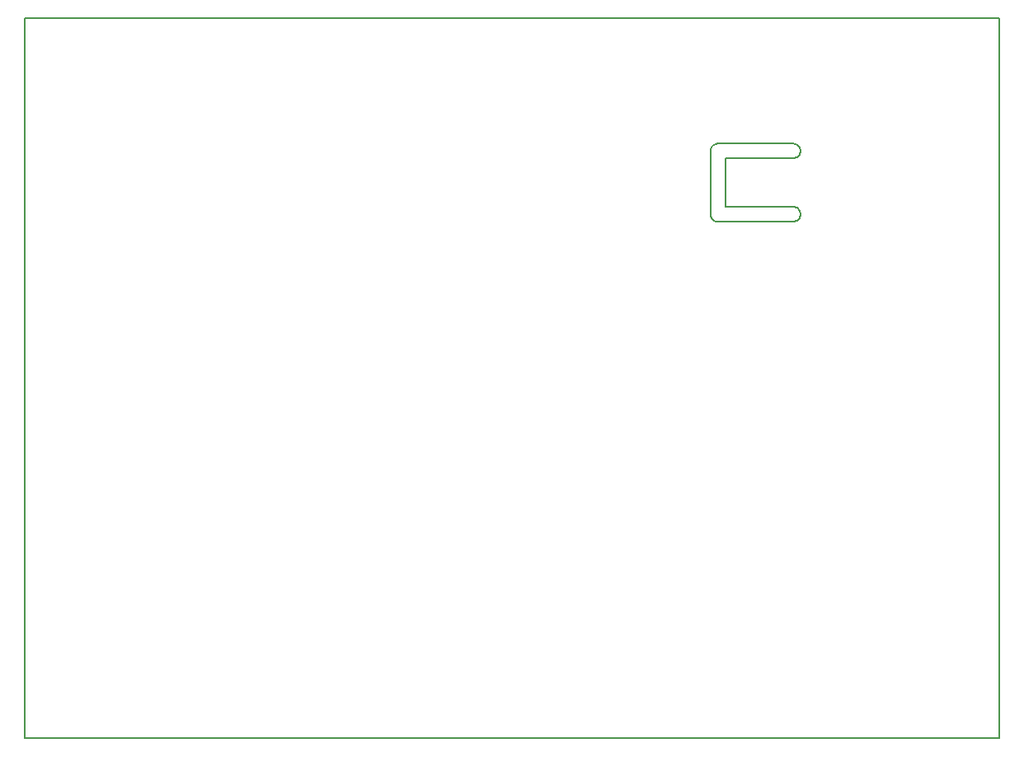
<source format=gbr>
G04 DipTrace 3.3.1.3*
G04 BoardOutline.gbr*
%MOIN*%
G04 #@! TF.FileFunction,Profile*
G04 #@! TF.Part,Single*
%ADD11C,0.005512*%
%FSLAX26Y26*%
G04*
G70*
G90*
G75*
G01*
G04 BoardOutline*
%LPD*%
X393700Y393700D2*
D11*
X4330708D1*
Y3307086D1*
X3720472D1*
X393700D1*
Y393700D1*
X3499235Y2740170D2*
X3514235Y2744190D1*
X3525216Y2755170D1*
X3529235Y2770170D1*
X3525217Y2785170D1*
X3514237Y2796151D1*
X3499237Y2800171D1*
X3194144Y2800170D1*
X3186377Y2799153D1*
X3179138Y2796158D1*
X3172923Y2791390D1*
X3168157Y2785176D1*
X3165162Y2777938D1*
X3164145Y2770171D1*
X3164144Y2514277D1*
X3165161Y2506510D1*
X3168155Y2499272D1*
X3172923Y2493057D1*
X3179140Y2488289D1*
X3186377Y2485294D1*
X3194145Y2484279D1*
X3499235Y2484277D1*
X3514235Y2488297D1*
X3525216Y2499277D1*
X3529235Y2514277D1*
X3525217Y2529277D1*
X3514237Y2540259D1*
X3499237Y2544279D1*
X3224144Y2544277D1*
Y2740170D1*
X3499235D1*
M02*

</source>
